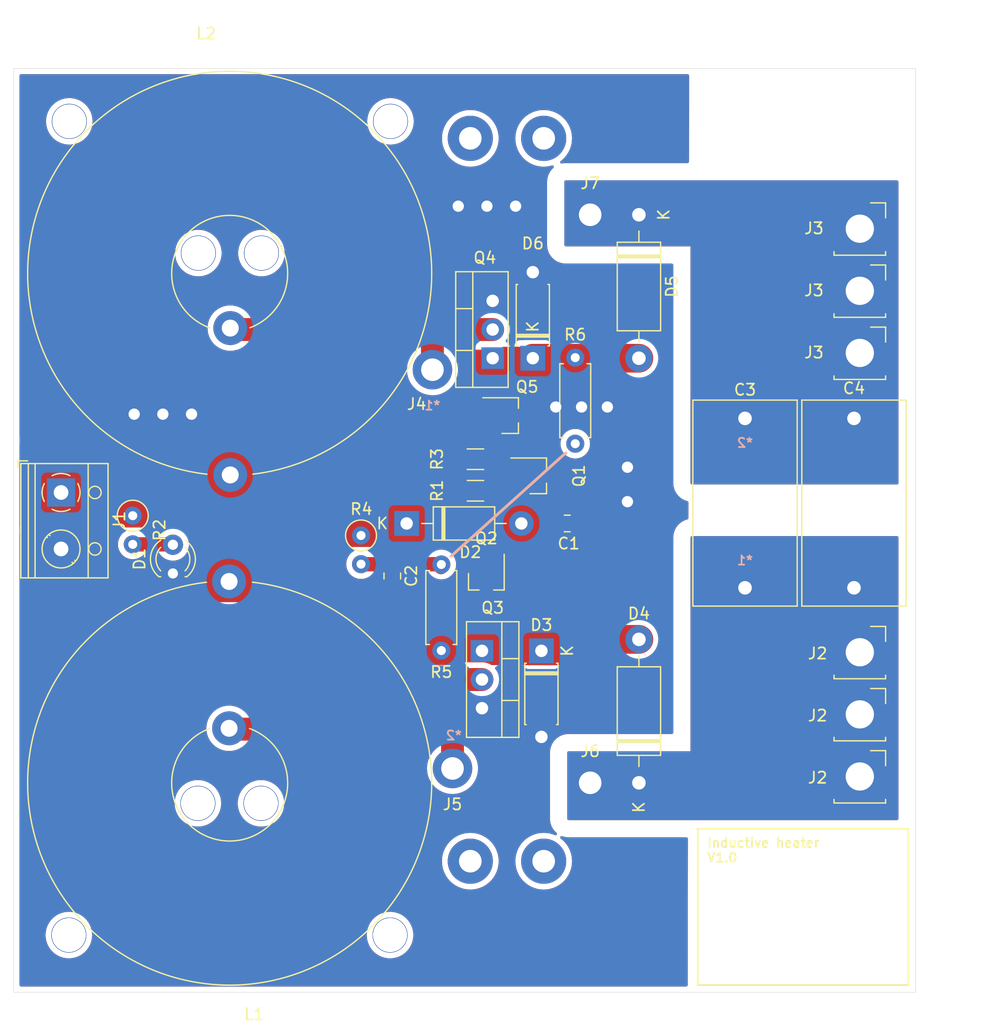
<source format=kicad_pcb>
(kicad_pcb (version 20211014) (generator pcbnew)
  (layers (0 "F.Cu" signal "Front") (31 "B.Cu" signal "Back") (34 "B.Paste" user) (35 "F.Paste" user) (36 "B.SilkS" user "B.Silkscreen") (37 "F.SilkS" user "F.Silkscreen") (38 "B.Mask" user) (39 "F.Mask" user) (44 "Edge.Cuts" user))
  (net 0 "")
  (net 1 "Net-(C1-Pad1)")
  (net 2 "GND")
  (net 3 "Net-(C2-Pad1)")
  (net 4 "Net-(D1-Pad2)")
  (net 5 "Net-(D2-Pad1)")
  (net 6 "Net-(D3-Pad1)")
  (net 7 "Net-(D5-Pad2)")
  (net 8 "Net-(Q1-Pad1)")
  (net 9 "Net-(C3-Pad1)")
  (net 10 "Net-(C3-Pad2)")
  (footprint "Package_TO_SOT_THT:TO-220-3_Vertical" (layer "F.Cu") (at 93.035 87.376 -90)
    (fp_text reference "Q3" (at -3.81 -0.945) (layer "F.SilkS"))
    (fp_text value "IRFZ44N")
    (fp_line (start 4.391 -3.27) (end 4.391 -1.76) (layer "F.SilkS") (width 0.12))
    (fp_line (start -2.58 -1.76) (end 7.66 -1.76) (layer "F.SilkS") (width 0.12))
    (fp_line (start 7.66 -3.27) (end 7.66 1.371) (layer "F.SilkS") (width 0.12))
    (fp_line (start -2.58 -3.27) (end 7.66 -3.27) (layer "F.SilkS") (width 0.12))
    (fp_line (start -2.58 1.371) (end 7.66 1.371) (layer "F.SilkS") (width 0.12))
    (fp_line (start 0.69 -3.27) (end 0.69 -1.76) (layer "F.SilkS") (width 0.12))
    (fp_line (start -2.58 -3.27) (end -2.58 1.371) (layer "F.SilkS") (width 0.12))
    (pad "1" thru_hole oval (at 2.54 0 270) (size 1.905 2) (drill 1.1) (layers *.Cu *.Mask) (net 10 "Net-(C3-Pad2)"))
    (pad "2" thru_hole rect (at 0 0 270) (size 1.905 2) (drill 1.1) (layers *.Cu *.Mask) (net 6 "Net-(D3-Pad1)"))
    (pad "3" thru_hole oval (at 5.08 0 270) (size 1.905 2) (drill 1.1) (layers *.Cu *.Mask) (net 2 "GND"))
  )
  (footprint "Resistor_SMD:R_1206_3216Metric_Pad1.30x1.75mm_HandSolder" (layer "F.Cu") (at 92.456 73.2028)
    (fp_text reference "R1" (at -3.4036 0 90) (layer "F.SilkS"))
    (fp_text value "47k")
    (fp_line (start -0.727064 0.91) (end 0.727064 0.91) (layer "F.SilkS") (width 0.12))
    (fp_line (start -0.727064 -0.91) (end 0.727064 -0.91) (layer "F.SilkS") (width 0.12))
    (pad "1" smd roundrect locked (at -1.55 0) (size 1.3 1.75) (layers "F.Cu" "F.Paste" "F.Mask") (roundrect_rratio 0.1923076923) (net 5 "Net-(D2-Pad1)"))
    (pad "2" smd roundrect locked (at 1.55 0) (size 1.3 1.75) (layers "F.Cu" "F.Paste" "F.Mask") (roundrect_rratio 0.1923076923) (net 1 "Net-(C1-Pad1)"))
  )
  (footprint "Connector_PinSocket_2.54mm:PinSocket_1x01_P2.54mm_Vertical" (layer "F.Cu") (at 126.5 93)
    (fp_text reference "J2" (at -3.738 0.108) (layer "F.SilkS"))
    (fp_text value "JUMP")
    (fp_line (start -2.286 2.346) (end 2.286 2.346) (layer "F.SilkS") (width 0.12))
    (fp_line (start 2.286 -2.286) (end 2.286 -0.956) (layer "F.SilkS") (width 0.12))
    (fp_line (start 0.956 -2.286) (end 2.286 -2.286) (layer "F.SilkS") (width 0.12))
    (fp_line (start -2.286 2.032) (end -2.286 2.346) (layer "F.SilkS") (width 0.12))
    (fp_line (start 2.286 2.032) (end 2.286 2.346) (layer "F.SilkS") (width 0.12))
    (pad "1" thru_hole rect (at 0 0) (size 4.2 4.2) (drill 2.5) (layers *.Cu *.Mask) (net 9 "Net-(C3-Pad1)"))
  )
  (footprint "Diode_THT:D_DO-41_SOD81_P10.16mm_Horizontal" (layer "F.Cu") (at 86.36 76.0984)
    (fp_text reference "D2" (at 5.6388 2.54 180) (layer "F.SilkS"))
    (fp_text value "1N5819")
    (fp_text user "K" (at -2.159 0) (layer "F.SilkS"))
    (fp_line (start 3.38 -1.47) (end 3.38 1.47) (layer "F.SilkS") (width 0.12))
    (fp_line (start 3.14 -1.47) (end 3.14 1.47) (layer "F.SilkS") (width 0.12))
    (fp_line (start 3.26 -1.47) (end 3.26 1.47) (layer "F.SilkS") (width 0.12))
    (fp_line (start 2.36 -1.47) (end 2.36 1.47) (layer "F.SilkS") (width 0.12))
    (fp_line (start 7.8 -1.47) (end 2.36 -1.47) (layer "F.SilkS") (width 0.12))
    (fp_line (start 8.82 0) (end 7.8 0) (layer "F.SilkS") (width 0.12))
    (fp_line (start 1.34 0) (end 2.36 0) (layer "F.SilkS") (width 0.12))
    (fp_line (start 7.8 1.47) (end 7.8 -1.47) (layer "F.SilkS") (width 0.12))
    (fp_line (start 2.36 1.47) (end 7.8 1.47) (layer "F.SilkS") (width 0.12))
    (pad "1" thru_hole rect locked (at 0 0) (size 2.2 2.2) (drill 1.1) (layers *.Cu *.Mask) (net 5 "Net-(D2-Pad1)"))
    (pad "2" thru_hole oval locked (at 10.16 0) (size 2.2 2.2) (drill 1.1) (layers *.Cu *.Mask) (net 1 "Net-(C1-Pad1)"))
  )
  (footprint "Capacitor_SMD:C_0805_2012Metric_Pad1.18x1.45mm_HandSolder" (layer "F.Cu") (at 100.584 76.0984)
    (fp_text reference "C1" (at 0.127 1.778) (layer "F.SilkS"))
    (fp_text value "100u")
    (fp_line (start -0.261252 -0.735) (end 0.261252 -0.735) (layer "F.SilkS") (width 0.12))
    (fp_line (start -0.261252 0.735) (end 0.261252 0.735) (layer "F.SilkS") (width 0.12))
    (pad "1" smd roundrect locked (at -1.0375 0) (size 1.175 1.45) (layers "F.Cu" "F.Paste" "F.Mask") (roundrect_rratio 0.2127659574) (net 1 "Net-(C1-Pad1)"))
    (pad "2" smd roundrect locked (at 1.0375 0) (size 1.175 1.45) (layers "F.Cu" "F.Paste" "F.Mask") (roundrect_rratio 0.2127659574) (net 2 "GND"))
  )
  (footprint "Resistor_THT:R_Axial_DIN0207_L6.3mm_D2.5mm_P2.54mm_Vertical" (layer "F.Cu") (at 82.3214 77.1616 -90)
    (fp_text reference "R4" (at -2.3332 -0.0254 180) (layer "F.SilkS"))
    (fp_text value "47")
    (fp_line (start 1.37 0) (end 1.44 0) (layer "F.SilkS") (width 0.12))
    (fp_circle (center 0 0) (end 1.37 0) (layer "F.SilkS") (width 0.12) (fill none))
    (pad "1" thru_hole circle locked (at 0 0 270) (size 1.6 1.6) (drill 0.8) (layers *.Cu *.Mask) (net 5 "Net-(D2-Pad1)"))
    (pad "2" thru_hole oval locked (at 2.54 0 270) (size 1.6 1.6) (drill 0.8) (layers *.Cu *.Mask) (net 3 "Net-(C2-Pad1)"))
  )
  (footprint "Resistor_SMD:R_1206_3216Metric_Pad1.30x1.75mm_HandSolder" (layer "F.Cu") (at 92.456 70.4088)
    (fp_text reference "R3" (at -3.4036 0 270) (layer "F.SilkS"))
    (fp_text value "10k")
    (fp_line (start -0.727064 0.91) (end 0.727064 0.91) (layer "F.SilkS") (width 0.12))
    (fp_line (start -0.727064 -0.91) (end 0.727064 -0.91) (layer "F.SilkS") (width 0.12))
    (pad "1" smd roundrect locked (at -1.55 0) (size 1.3 1.75) (layers "F.Cu" "F.Paste" "F.Mask") (roundrect_rratio 0.1923076923) (net 5 "Net-(D2-Pad1)"))
    (pad "2" smd roundrect locked (at 1.55 0) (size 1.3 1.75) (layers "F.Cu" "F.Paste" "F.Mask") (roundrect_rratio 0.1923076923) (net 8 "Net-(Q1-Pad1)"))
  )
  (footprint "LED_THT:LED_D3.0mm" (layer "F.Cu") (at 65.659 80.523 90)
    (fp_text reference "D1" (at 1.27 -2.96 90) (layer "F.SilkS"))
    (fp_text value "Yellow")
    (fp_line (start -0.29 -1.236) (end -0.29 -1.08) (layer "F.SilkS") (width 0.12))
    (fp_line (start -0.29 1.08) (end -0.29 1.236) (layer "F.SilkS") (width 0.12))
    (fp_arc (start 2.942335 1.078608) (mid 1.366487 1.987659) (end -0.29 1.235516) (layer "F.SilkS") (width 0.12))
    (fp_arc (start 2.31113 1.079837) (mid 1.270117 1.5) (end 0.229039 1.08) (layer "F.SilkS") (width 0.12))
    (fp_arc (start -0.29 -1.235516) (mid 1.366487 -1.987659) (end 2.942335 -1.078608) (layer "F.SilkS") (width 0.12))
    (fp_arc (start 0.229039 -1.08) (mid 1.270117 -1.5) (end 2.31113 -1.079837) (layer "F.SilkS") (width 0.12))
    (pad "1" thru_hole rect locked (at 0 0 90) (size 1.8 1.8) (drill 0.9) (layers *.Cu *.Mask) (net 2 "GND"))
    (pad "2" thru_hole circle locked (at 2.54 0 90) (size 1.8 1.8) (drill 0.9) (layers *.Cu *.Mask) (net 4 "Net-(D1-Pad2)"))
  )
  (footprint "custom:JumperHole_2mm" (layer "F.Cu") (at 90.424 97.79)
    (fp_text reference "J5" (at 0 3.175 unlocked) (layer "F.SilkS"))
    (fp_text value "JUMP")
    (pad "1" thru_hole circle (at 0 0) (size 3.5 3.5) (drill 2) (layers *.Cu *.Mask) (net 10 "Net-(C3-Pad2)"))
  )
  (footprint "Resistor_THT:R_Axial_DIN0207_L6.3mm_D2.5mm_P7.62mm_Horizontal" (layer "F.Cu") (at 101.2952 69.0372 90)
    (fp_text reference "R6" (at 9.652 0) (layer "F.SilkS"))
    (fp_text value "470")
    (fp_line (start 0.54 -1.37) (end 7.08 -1.37) (layer "F.SilkS") (width 0.12))
    (fp_line (start 0.54 1.37) (end 7.08 1.37) (layer "F.SilkS") (width 0.12))
    (fp_line (start 7.08 1.37) (end 7.08 1.04) (layer "F.SilkS") (width 0.12))
    (fp_line (start 7.08 -1.37) (end 7.08 -1.04) (layer "F.SilkS") (width 0.12))
    (fp_line (start 0.54 1.04) (end 0.54 1.37) (layer "F.SilkS") (width 0.12))
    (fp_line (start 0.54 -1.04) (end 0.54 -1.37) (layer "F.SilkS") (width 0.12))
    (pad "1" thru_hole circle locked (at 0 0 90) (size 1.6 1.6) (drill 0.8) (layers *.Cu *.Mask) (net 3 "Net-(C2-Pad1)"))
    (pad "2" thru_hole oval locked (at 7.62 0 90) (size 1.6 1.6) (drill 0.8) (layers *.Cu *.Mask) (net 7 "Net-(D5-Pad2)"))
  )
  (footprint "Resistor_THT:R_Axial_DIN0207_L6.3mm_D2.5mm_P2.54mm_Vertical" (layer "F.Cu") (at 62.103 75.409 -90)
    (fp_text reference "R2" (at 1.27 -2.37 90) (layer "F.SilkS"))
    (fp_text value "2.7k")
    (fp_line (start 1.37 0) (end 1.44 0) (layer "F.SilkS") (width 0.12))
    (fp_circle (center 0 0) (end 1.37 0) (layer "F.SilkS") (width 0.12) (fill none))
    (pad "1" thru_hole circle locked (at 0 0 270) (size 1.6 1.6) (drill 0.8) (layers *.Cu *.Mask) (net 5 "Net-(D2-Pad1)"))
    (pad "2" thru_hole oval locked (at 2.54 0 270) (size 1.6 1.6) (drill 0.8) (layers *.Cu *.Mask) (net 4 "Net-(D1-Pad2)"))
  )
  (footprint "custom:Toroid_35mm" (layer "F.Cu") (at 70.686999 98.824 180)
    (fp_text reference "L1" (at -2.159 -20.7355 unlocked) (layer "F.SilkS"))
    (fp_text value "2.4m")
    (fp_arc (start -1.757999 4.572) (mid -0.018742 -5.390194) (end 1.793173 4.559042) (layer "F.SilkS") (width 0.12))
    (fp_arc (start -2.011999 17.525999) (mid -0.019869 -18.147466) (end 2.05148 17.521487) (layer "F.SilkS") (width 0.12))
    (pad "" thru_hole circle (at -14.203999 -13.716 180) (size 3.1 3.1) (drill 3) (layers *.Cu *.Mask))
    (pad "" thru_hole circle (at -2.773999 -2.052 180) (size 3.1 3.1) (drill 3) (layers *.Cu *.Mask))
    (pad "" thru_hole circle (at 2.814001 -2.052 180) (size 3.1 3.1) (drill 3) (layers *.Cu *.Mask))
    (pad "" thru_hole circle (at 14.244001 -13.716 180) (size 3.1 3.1) (drill 3) (layers *.Cu *.Mask))
    (pad "1" thru_hole circle (at 0.052001 17.59 180) (size 3 3) (drill 1.5) (layers *.Cu *.Mask) (net 5 "Net-(D2-Pad1)"))
    (pad "2" thru_hole circle (at 0.052001 4.59 180) (size 3 3) (drill 1.5) (layers *.Cu *.Mask) (net 10 "Net-(C3-Pad2)"))
  )
  (footprint "TerminalBlock_RND:TerminalBlock_RND_205-00012_1x02_P5.00mm_Horizontal" (layer "F.Cu") (at 55.753 73.3552 -90)
    (fp_text reference "J1" (at 2.5 -5.16 90) (layer "F.SilkS"))
    (fp_text value "POWER")
    (fp_line (start -2.8 2.96) (end -2.8 3.8) (layer "F.SilkS") (width 0.12))
    (fp_line (start 7.56 -4.16) (end 7.56 3.561) (layer "F.SilkS") (width 0.12))
    (fp_line (start 6.07 -1.275) (end 6.011 -1.216) (layer "F.SilkS") (width 0.12))
    (fp_line (start -2.56 -2.4) (end 7.56 -2.4) (layer "F.SilkS") (width 0.12))
    (fp_line (start -2.56 2.9) (end 7.56 2.9) (layer "F.SilkS") (width 0.12))
    (fp_line (start -2.8 3.8) (end -2.2 3.8) (layer "F.SilkS") (width 0.12))
    (fp_line (start 3.99 1.216) (end 3.931 1.274) (layer "F.SilkS") (width 0.12))
    (fp_line (start 6.275 -1.069) (end 6.181 -0.976) (layer "F.SilkS") (width 0.12))
    (fp_line (start -2.56 -4.16) (end -2.56 3.561) (layer "F.SilkS") (width 0.12))
    (fp_line (start -2.56 -4.16) (end 7.56 -4.16) (layer "F.SilkS") (width 0.12))
    (fp_line (start -2.56 3.561) (end 7.56 3.561) (layer "F.SilkS") (width 0.12))
    (fp_line (start -2.56 2.3) (end 7.56 2.3) (layer "F.SilkS") (width 0.12))
    (fp_line (start 3.82 0.976) (end 3.726 1.069) (layer "F.SilkS") (width 0.12))
    (fp_arc (start -1.483953 0.789089) (mid -1.680708 0.00005) (end -1.484 -0.789) (layer "F.SilkS") (width 0.12))
    (fp_arc (start -0.789089 -1.483953) (mid -0.00005 -1.680708) (end 0.789 -1.484) (layer "F.SilkS") (width 0.12))
    (fp_arc (start 0.788712 1.483352) (mid 0.406429 1.630097) (end 0 1.68) (layer "F.SilkS") (width 0.12))
    (fp_arc (start 0.029383 1.68045) (mid -0.392304 1.634281) (end -0.789 1.484) (layer "F.SilkS") (width 0.12))
    (fp_arc (start 1.483953 -0.789089) (mid 1.680708 -0.00005) (end 1.484 0.789) (layer "F.SilkS") (width 0.12))
    (fp_circle (center 5 -3) (end 5.55 -3) (layer "F.SilkS") (width 0.12) (fill none))
    (fp_circle (center 0 -3) (end 0.55 -3) (layer "F.SilkS") (width 0.12) (fill none))
    (fp_circle (center 5 0) (end 6.68 0) (layer "F.SilkS") (width 0.12) (fill none))
    (pad "1" thru_hole rect locked (at 0 0 270) (size 2.5 2.5) (drill 1.3) (layers *.Cu *.Mask) (net 5 "Net-(D2-Pad1)"))
    (pad "2" thru_hole circle locked (at 5 0 270) (size 2.5 2.5) (drill 1.3) (layers *.Cu *.Mask) (net 2 "GND"))
  )
  (footprint "Package_TO_SOT_SMD:SOT-23_Handsoldering" (layer "F.Cu") (at 93.4212 81.2292 -90)
    (fp_text reference "Q2" (at -3.81 0) (layer "F.SilkS"))
    (fp_text value "IRFZ44N")
    (fp_line (start 0.76 -1.58) (end -2.4 -1.58) (layer "F.SilkS") (width 0.12))
    (fp_line (start 0.76 1.58) (end 0.76 0.65) (layer "F.SilkS") (width 0.12))
    (fp_line (start 0.76 1.58) (end -0.7 1.58) (layer "F.SilkS") (width 0.12))
    (fp_line (start 0.76 -1.58) (end 0.76 -0.65) (layer "F.SilkS") (width 0.12))
    (pad "1" smd rect locked (at -1.5 -0.95 270) (size 1.9 0.8) (layers "F.Cu" "F.Paste" "F.Mask") (net 6 "Net-(D3-Pad1)"))
    (pad "2" smd rect locked (at -1.5 0.95 270) (size 1.9 0.8) (layers "F.Cu" "F.Paste" "F.Mask") (net 8 "Net-(Q1-Pad1)"))
    (pad "3" smd rect locked (at 1.5 0 270) (size 1.9 0.8) (layers "F.Cu" "F.Paste" "F.Mask") (net 2 "GND"))
  )
  (footprint "Capacitor_THT:C_Rect_L18.0mm_W9.0mm_P15.00mm_FKS3_FKP3" (layer "F.Cu") (at 125.984 81.795 90)
    (fp_text reference "C4" (at 17.66 0 180) (layer "F.SilkS"))
    (fp_text value "220n")
    (fp_line (start 16.62 -4.62) (end 16.62 4.62) (layer "F.SilkS") (width 0.12))
    (fp_line (start -1.62 -4.62) (end -1.62 4.62) (layer "F.SilkS") (width 0.12))
    (fp_line (start -1.62 4.62) (end 16.62 4.62) (layer "F.SilkS") (width 0.12))
    (fp_line (start -1.62 -4.62) (end 16.62 -4.62) (layer "F.SilkS") (width 0.12))
    (pad "1" thru_hole circle locked (at 0 0 90) (size 2.4 2.4) (drill 1.2) (layers *.Cu *.Mask) (net 9 "Net-(C3-Pad1)"))
    (pad "2" thru_hole circle locked (at 15 0 90) (size 2.4 2.4) (drill 1.2) (layers *.Cu *.Mask) (net 10 "Net-(C3-Pad2)"))
  )
  (footprint "custom:Toroid_35mm" (layer "F.Cu") (at 70.686999 54.211)
    (fp_text reference "L2" (at -2.082 -21.4975 unlocked) (layer "F.SilkS"))
    (fp_text value "2.4m")
    (fp_arc (start -2.011999 17.525999) (mid -0.019869 -18.147466) (end 2.05148 17.521487) (layer "F.SilkS") (width 0.12))
    (fp_arc (start -1.757999 4.572) (mid -0.018742 -5.390194) (end 1.793173 4.559042) (layer "F.SilkS") (width 0.12))
    (pad "" thru_hole circle (at 2.814001 -2.052) (size 3.1 3.1) (drill 3) (layers *.Cu *.Mask))
    (pad "" thru_hole circle (at -14.203999 -13.716) (size 3.1 3.1) (drill 3) (layers *.Cu *.Mask))
    (pad "" thru_hole circle (at 14.244001 -13.716) (size 3.1 3.1) (drill 3) (layers *.Cu *.Mask))
    (pad "" thru_hole circle (at -2.773999 -2.052) (size 3.1 3.1) (drill 3) (layers *.Cu *.Mask))
    (pad "1" thru_hole circle (at 0.052001 17.59) (size 3 3) (drill 1.5) (layers *.Cu *.Mask) (net 5 "Net-(D2-Pad1)"))
    (pad "2" thru_hole circle (at 0.052001 4.59) (size 3 3) (drill 1.5) (layers *.Cu *.Mask) (net 9 "Net-(C3-Pad1)"))
  )
  (footprint "custom:JumperHole_2mm" (layer "F.Cu") (at 102.616 48.768)
    (fp_text reference "J7" (at 0 -2.794 unlocked) (layer "F.SilkS"))
    (fp_text value "COIL-")
    (pad "1" thru_hole circle (at 0 0) (size 3.5 3.5) (drill 2) (layers *.Cu *.Mask) (net 10 "Net-(C3-Pad2)"))
  )
  (footprint "Connector_PinSocket_2.54mm:PinSocket_1x01_P2.54mm_Vertical" (layer "F.Cu") (at 126.5 55.5)
    (fp_text reference "J3" (at -4.064 -0.033) (layer "F.SilkS"))
    (fp_text value "JUMP")
    (fp_line (start -2.286 2.346) (end 2.286 2.346) (layer "F.SilkS") (width 0.12))
    (fp_line (start -2.286 2.032) (end -2.286 2.346) (layer "F.SilkS") (width 0.12))
    (fp_line (start 0.956 -2.286) (end 2.286 -2.286) (layer "F.SilkS") (width 0.12))
    (fp_line (start 2.286 2.032) (end 2.286 2.346) (layer "F.SilkS") (width 0.12))
    (fp_line (start 2.286 -2.286) (end 2.286 -0.956) (layer "F.SilkS") (width 0.12))
    (pad "1" thru_hole rect (at 0 0) (size 4.2 4.2) (drill 2.5) (layers *.Cu *.Mask) (net 10 "Net-(C3-Pad2)"))
  )
  (footprint "Capacitor_SMD:C_0805_2012Metric_Pad1.18x1.45mm_HandSolder" (layer "F.Cu") (at 85.09 80.7466 -90)
    (fp_text reference "C2" (at 0 -1.68 90) (layer "F.SilkS"))
    (fp_text value "10u")
    (fp_line (start -0.261252 0.735) (end 0.261252 0.735) (layer "F.SilkS") (width 0.12))
    (fp_line (start -0.261252 -0.735) (end 0.261252 -0.735) (layer "F.SilkS") (width 0.12))
    (pad "1" smd roundrect locked (at -1.0375 0 270) (size 1.175 1.45) (layers "F.Cu" "F.Paste" "F.Mask") (roundrect_rratio 0.212766) (net 3 "Net-(C2-Pad1)"))
    (pad "2" smd roundrect locked (at 1.0375 0 270) (size 1.175 1.45) (layers "F.Cu" "F.Paste" "F.Mask") (roundrect_rratio 0.212766) (net 2 "GND"))
  )
  (footprint "custom:JumperHole_2mm" (layer "F.Cu") (at 102.616 99.06)
    (fp_text reference "J6" (at 0 -2.794 unlocked) (layer "F.SilkS"))
    (fp_text value "COIL+")
    (pad "1" thru_hole circle (at 0 0) (size 3.5 3.5) (drill 2) (layers *.Cu *.Mask) (net 9 "Net-(C3-Pad1)"))
  )
  (footprint "Diode_THT:D_DO-15_P12.70mm_Horizontal" (layer "F.Cu") (at 106.934 48.768 -90)
    (fp_text reference "D5" (at 6.35 -2.92 90) (layer "F.SilkS"))
    (fp_text value "FR207")
    (fp_text user "K" (at 0 -2.2 90) (layer "F.SilkS"))
    (fp_line (start 3.81 -1.92) (end 3.81 1.92) (layer "F.SilkS") (width 0.12))
    (fp_line (start 2.43 -1.92) (end 2.43 1.92) (layer "F.SilkS") (width 0.12))
    (fp_line (start 10.27 -1.92) (end 2.43 -1.92) (layer "F.SilkS") (width 0.12))
    (fp_line (start 2.43 1.92) (end 10.27 1.92) (layer "F.SilkS") (width 0.12))
    (fp_line (start 3.57 -1.92) (end 3.57 1.92) (layer "F.SilkS") (width 0.12))
    (fp_line (start 10.27 1.92) (end 10.27 -1.92) (layer "F.SilkS") (width 0.12))
    (fp_line (start 11.26 0) (end 10.27 0) (layer "F.SilkS") (width 0.12))
    (fp_line (start 1.44 0) (end 2.43 0) (layer "F.SilkS") (width 0.12))
    (fp_line (start 3.69 -1.92) (end 3.69 1.92) (layer "F.SilkS") (width 0.12))
    (pad "1" thru_hole rect locked (at 0 0 270) (size 2.4 2.4) (drill 1.2) (layers *.Cu *.Mask) (net 10 "Net-(C3-Pad2)"))
    (pad "2" thru_hole oval locked (at 12.7 0 270) (size 2.4 2.4) (drill 1.2) (layers *.Cu *.Mask) (net 7 "Net-(D5-Pad2)"))
  )
  (footprint "Connector_PinSocket_2.54mm:PinSocket_1x01_P2.54mm_Vertical" (layer "F.Cu") (at 126.5 98.5)
    (fp_text reference "J2" (at -3.738 0.108) (layer "F.SilkS"))
    (fp_text value "JUMP")
    (fp_line (start -2.286 2.346) (end 2.286 2.346) (layer "F.SilkS") (width 0.12))
    (fp_line (start 2.286 -2.286) (end 2.286 -0.956) (layer "F.SilkS") (width 0.12))
    (fp_line (start 0.956 -2.286) (end 2.286 -2.286) (layer "F.SilkS") (width 0.12))
    (fp_line (start -2.286 2.032) (end -2.286 2.346) (layer "F.SilkS") (width 0.12))
    (fp_line (start 2.286 2.032) (end 2.286 2.346) (layer "F.SilkS") (width 0.12))
    (pad "1" thru_hole rect (at 0 0) (size 4.2 4.2) (drill 2.5) (layers *.Cu *.Mask) (net 9 "Net-(C3-Pad1)"))
  )
  (footprint "Connector_PinSocket_2.54mm:PinSocket_1x01_P2.54mm_Vertical" (layer "F.Cu") (at 126.5 61)
    (fp_text reference "J3" (at -4.064 -0.033) (layer "F.SilkS"))
    (fp_text value "JUMP")
    (fp_line (start -2.286 2.346) (end 2.286 2.346) (layer "F.SilkS") (width 0.12))
    (fp_line (start -2.286 2.032) (end -2.286 2.346) (layer "F.SilkS") (width 0.12))
    (fp_line (start 0.956 -2.286) (end 2.286 -2.286) (layer "F.SilkS") (width 0.12))
    (fp_line (start 2.286 2.032) (end 2.286 2.346) (layer "F.SilkS") (width 0.12))
    (fp_line (start 2.286 -2.286) (end 2.286 -0.956) (layer "F.SilkS") (width 0.12))
    (pad "1" thru_hole rect (at 0 0) (size 4.2 4.2) (drill 2.5) (layers *.Cu *.Mask) (net 10 "Net-(C3-Pad2)"))
  )
  (footprint "Package_TO_SOT_THT:TO-220-3_Vertical" (layer "F.Cu") (at 93.98 61.468 90)
    (fp_text reference "Q4" (at 8.89 -0.691) (layer "F.SilkS"))
    (fp_text value "IRFZ44N")
    (fp_line (start -2.58 -1.76) (end 7.66 -1.76) (layer "F.SilkS") (width 0.12))
    (fp_line (start 0.69 -3.27) (end 0.69 -1.76) (layer "F.SilkS") (width 0.12))
    (fp_line (start -2.58 -3.27) (end 7.66 -3.27) (layer "F.SilkS") (width 0.12))
    (fp_line (start 7.66 -3.27) (end 7.66 1.371) (layer "F.SilkS") (width 0.12))
    (fp_line (start -2.58 1.371) (end 7.66 1.371) (layer "F.SilkS") (width 0.12))
    (fp_line (start -2.58 -3.27) (end -2.58 1.371) (layer "F.SilkS") (width 0.12))
    (fp_line (start 4.391 -3.27) (end 4.391 -1.76) (layer "F.SilkS") (width 0.12))
    (pad "1" thru_hole oval (at 2.54 0 90) (size 1.905 2) (drill 1.1) (layers *.Cu *.Mask) (net 9 "Net-(C3-Pad1)"))
    (pad "2" thru_hole rect (at 0 0 90) (size 1.905 2) (drill 1.1) (layers *.Cu *.Mask) (net 7 "Net-(D5-Pad2)"))
    (pad "3" thru_hole oval (at 5.08 0 90) (size 1.905 2) (drill 1.1) (layers *.Cu *.Mask) (net 2 "GND"))
  )
  (footprint "Capacitor_THT:C_Rect_L18.0mm_W9.0mm_P15.00mm_FKS3_FKP3" (layer "F.Cu") (at 116.332 81.795 90)
    (fp_text reference "C3" (at 17.533 0 180) (layer "F.SilkS"))
    (fp_text value "220n")
    (fp_line (start -1.62 4.62) (end 16.62 4.62) (layer "F.SilkS") (width 0.12))
    (fp_line (start -1.62 -4.62) (end -1.62 4.62) (layer "F.SilkS") (width 0.12))
    (fp_line (start -1.62 -4.62) (end 16.62 -4.62) (layer "F.SilkS") (width 0.12))
    (fp_line (start 16.62 -4.62) (end 16.62 4.62) (layer "F.SilkS") (width 0.12))
    (pad "1" thru_hole circle locked (at 0 0 90) (size 2.4 2.4) (drill 1.2) (layers *.Cu *.Mask) (net 9 "Net-(C3-Pad1)"))
    (pad "2" thru_hole circle locked (at 15 0 90) (size 2.4 2.4) (drill 1.2) (layers *.Cu *.Mask) (net 10 "Net-(C3-Pad2)"))
  )
  (footprint "Connector_PinSocket_2.54mm:PinSocket_1x01_P2.54mm_Vertical" (layer "F.Cu") (at 126.5 50)
    (fp_text reference "J3" (at -4.064 -0.033) (layer "F.SilkS"))
    (fp_text value "JUMP")
    (fp_line (start -2.286 2.346) (end 2.286 2.346) (layer "F.SilkS") (width 0.12))
    (fp_line (start -2.286 2.032) (end -2.286 2.346) (layer "F.SilkS") (width 0.12))
    (fp_line (start 0.956 -2.286) (end 2.286 -2.286) (layer "F.SilkS") (width 0.12))
    (fp_line (start 2.286 2.032) (end 2.286 2.346) (layer "F.SilkS") (width 0.12))
    (fp_line (start 2.286 -2.286) (end 2.286 -0.956) (layer "F.SilkS") (width 0.12))
    (pad "1" thru_hole rect (at 0 0) (size 4.2 4.2) (drill 2.5) (layers *.Cu *.Mask) (net 10 "Net-(C3-Pad2)"))
  )
  (footprint "Diode_THT:D_DO-15_P12.70mm_Horizontal" (layer "F.Cu") (at 106.934 99.06 90)
    (fp_text reference "D4" (at 14.986 0 180) (layer "F.SilkS"))
    (fp_text value "FR207")
    (fp_text user "K" (at -2.159 0 90) (layer "F.SilkS"))
    (fp_line (start 3.57 -1.92) (end 3.57 1.92) (layer "F.SilkS") (width 0.12))
    (fp_line (start 10.27 -1.92) (end 2.43 -1.92) (layer "F.SilkS") (width 0.12))
    (fp_line (start 3.81 -1.92) (end 3.81 1.92) (layer "F.SilkS") (width 0.12))
    (fp_line (start 2.43 -1.92) (end 2.43 1.92) (layer "F.SilkS") (width 0.12))
    (fp_line (start 10.27 1.92) (end 10.27 -1.92) (layer "F.SilkS") (width 0.12))
    (fp_line (start 3.69 -1.92) (end 3.69 1.92) (layer "F.SilkS") (width 0.12))
    (fp_line (start 1.44 0) (end 2.43 0) (layer "F.SilkS") (width 0.12))
    (fp_line (start 11.26 0) (end 10.27 0) (layer "F.SilkS") (width 0.12))
    (fp_line (start 2.43 1.92) (end 10.27 1.92) (layer "F.SilkS") (width 0.12))
    (pad "1" thru_hole rect locked (at 0 0 90) (size 2.4 2.4) (drill 1.2) (layers *.Cu *.Mask) (net 9 "Net-(C3-Pad1)"))
    (pad "2" thru_hole oval locked (at 12.7 0 90) (size 2.4 2.4) (drill 1.2) (layers *.Cu *.Mask) (net 6 "Net-(D3-Pad1)"))
  )
  (footprint "Connector_PinSocket_2.54mm:PinSocket_1x01_P2.54mm_Vertical" (layer "F.Cu") (at 126.5 87.5)
    (fp_text reference "J2" (at -3.738 0.108) (layer "F.SilkS"))
    (fp_text value "JUMP")
    (fp_line (start -2.286 2.346) (end 2.286 2.346) (layer "F.SilkS") (width 0.12))
    (fp_line (start 2.286 -2.286) (end 2.286 -0.956) (layer "F.SilkS") (width 0.12))
    (fp_line (start 0.956 -2.286) (end 2.286 -2.286) (layer "F.SilkS") (width 0.12))
    (fp_line (start -2.286 2.032) (end -2.286 2.346) (layer "F.SilkS") (width 0.12))
    (fp_line (start 2.286 2.032) (end 2.286 2.346) (layer "F.SilkS") (width 0.12))
    (pad "1" thru_hole rect (at 0 0) (size 4.2 4.2) (drill 2.5) (layers *.Cu *.Mask) (net 9 "Net-(C3-Pad1)"))
  )
  (footprint "Package_TO_SOT_SMD:SOT-23_Handsoldering" (layer "F.Cu") (at 95.504 66.548)
    (fp_text reference "Q5" (at 1.524 -2.54) (layer "F.SilkS"))
    (fp_text value "IRFZ44N")
    (fp_line (start 0.76 1.58) (end 0.76 0.65) (layer "F.SilkS") (width 0.12))
    (fp_line (start 0.76 1.58) (end -0.7 1.58) (layer "F.SilkS") (width 0.12))
    (fp_line (start 0.76 -1.58) (end 0.76 -0.65) (layer "F.SilkS") (width 0.12))
    (fp_line (start 0.76 -1.58) (end -2.4 -1.58) (layer "F.SilkS") (width 0.12))
    (pad "1" smd rect locked (at -1.5 -0.95) (size 1.9 0.8) (layers "F.Cu" "F.Paste" "F.Mask") (net 7 "Net-(D5-Pad2)"))
    (pad "2" smd rect locked (at -1.5 0.95) (size 1.9 0.8) (layers "F.Cu" "F.Paste" "F.Mask") (net 8 "Net-(Q1-Pad1)"))
    (pad "3" smd rect locked (at 1.5 0) (size 1.9 0.8) (layers "F.Cu" "F.Paste" "F.Mask") (net 2 "GND"))
  )
  (footprint "Diode_THT:D_DO-41_SOD81_P7.62mm_Horizontal" (layer "F.Cu") (at 97.536 61.468 90)
    (fp_text reference "D6" (at 10.16 0) (layer "F.SilkS"))
    (fp_text value "Z12")
    (fp_text user "K" (at 2.794 0 90) (layer "F.SilkS"))
    (fp_line (start 2.11 -1.47) (end 2.11 1.47) (layer "F.SilkS") (width 0.12))
    (fp_line (start 1.09 1.34) (end 1.09 1.47) (layer "F.SilkS") (width 0.12))
    (fp_line (start 1.09 1.47) (end 6.53 1.47) (layer "F.SilkS") (width 0.12))
    (fp_line (start 6.53 -1.47) (end 6.53 -1.34) (layer "F.SilkS") (width 0.12))
    (fp_line (start 6.53 1.47) (end 6.53 1.34) (layer "F.SilkS") (width 0.12))
    (fp_line (start 1.09 -1.34) (end 1.09 -1.47) (layer "F.SilkS") (width 0.12))
    (fp_line (start 1.99 -1.47) (end 1.99 1.47) (layer "F.SilkS") (width 0.12))
    (fp_line (start 1.87 -1.47) (end 1.87 1.47) (layer "F.SilkS") (width 0.12))
    (fp_line (start 1.09 -1.47) (end 6.53 -1.47) (layer "F.SilkS") (width 0.12))
    (pad "1" thru_hole rect locked (at 0 0 90) (size 2.2 2.2) (drill 1.1) (layers *.Cu *.Mask) (net 7 "Net-(D5-Pad2)"))
    (pad "2" thru_hole oval locked (at 7.62 0 90) (size 2.2 2.2) (drill 1.1) (layers *.Cu *.Mask) (net 2 "GND"))
  )
  (footprint "Diode_THT:D_DO-41_SOD81_P7.62mm_Horizontal" (layer "F.Cu") (at 98.298 87.376 -90)
    (fp_text reference "D3" (at -2.286 0) (layer "F.SilkS"))
    (fp_text value "Z12")
    (fp_text user "K" (at 0 -2.286 -270) (layer "F.SilkS"))
    (fp_line (start 1.09 -1.47) (end 6.53 -1.47) (layer "F.SilkS") (width 0.12))
    (fp_line (start 1.09 -1.34) (end 1.09 -1.47) (layer "F.SilkS") (width 0.12))
    (fp_line (start 1.99 -1.47) (end 1.99 1.47) (layer "F.SilkS") (width 0.12))
    (fp_line (start 1.87 -1.47) (end 1.87 1.47) (layer "F.SilkS") (width 0.12))
    (fp_line (start 6.53 1.47) (end 6.53 1.34) (layer "F.SilkS") (width 0.12))
    (fp_line (start 1.09 1.34) (end 1.09 1.47) (layer "F.SilkS") (width 0.12))
    (fp_line (start 6.53 -1.47) (end 6.53 -1.34) (layer "F.SilkS") (width 0.12))
    (fp_line (start 2.11 -1.47) (end 2.11 1.47) (layer "F.SilkS") (width 0.12))
    (fp_line (start 1.09 1.47) (end 6.53 1.47) (layer "F.SilkS") (width 0.12))
    (pad "1" thru_hole rect locked (at 0 0 270) (size 2.2 2.2) (drill 1.1) (layers *.Cu *.Mask) (net 6 "Net-(D3-Pad1)"))
    (pad "2" thru_hole oval locked (at 7.62 0 270) (size 2.2 2.2) (drill 1.1) (layers *.Cu *.Mask) (net 2 "GND"))
  )
  (footprint "custom:JumperHole_2mm" (layer "F.Cu") (at 88.646 62.484 180)
    (fp_text reference "J4" (at 1.397 -3.048 unlocked) (layer "F.SilkS"))
    (fp_text value "JUMP")
    (pad "1" thru_hole circle (at 0 0 180) (size 3.5 3.5) (drill 2) (layers *.Cu *.Mask) (net 9 "Net-(C3-Pad1)"))
  )
  (footprint "Resistor_THT:R_Axial_DIN0207_L6.3mm_D2.5mm_P7.62mm_Horizontal" (layer "F.Cu") (at 89.4334 79.7306 -90)
    (fp_text reference "R5" (at 9.525 0) (layer "F.SilkS"))
    (fp_text value "470")
    (fp_line (start 0.54 1.04) (end 0.54 1.37) (layer "F.SilkS") (width 0.12))
    (fp_line (start 0.54 1.37) (end 7.08 1.37) (layer "F.SilkS") (width 0.12))
    (fp_line (start 0.54 -1.37) (end 7.08 -1.37) (layer "F.SilkS") (width 0.12))
    (fp_line (start 7.08 1.37) (end 7.08 1.04) (layer "F.SilkS") (width 0.12))
    (fp_line (start 7.08 -1.37) (end 7.08 -1.04) (layer "F.SilkS") (width 0.12))
    (fp_line (start 0.54 -1.04) (end 0.54 -1.37) (layer "F.SilkS") (width 0.12))
    (pad "1" thru_hole circle locked (at 0 0 270) (size 1.6 1.6) (drill 0.8) (layers *.Cu *.Mask) (net 3 "Net-(C2-Pad1)"))
    (pad "2" thru_hole oval locked (at 7.62 0 270) (size 1.6 1.6) (drill 0.8) (layers *.Cu *.Mask) (net 6 "Net-(D3-Pad1)"))
  )
  (footprint "Package_TO_SOT_SMD:SOT-23_Handsoldering" (layer "F.Cu") (at 97.9932 71.882)
    (fp_text reference "Q1" (at 3.6322 0 90) (layer "F.SilkS"))
    (fp_text value "Q_NPN_CBE")
    (fp_line (start 0.76 -1.58) (end 0.76 -0.65) (layer "F.SilkS") (width 0.12))
    (fp_line (start 0.76 -1.58) (end -2.4 -1.58) (layer "F.SilkS") (width 0.12))
    (fp_line (start 0.76 1.58) (end 0.76 0.65) (layer "F.SilkS") (width 0.12))
    (fp_line (start 0.76 1.58) (end -0.7 1.58) (layer "F.SilkS") (width 0.12))
    (pad "1" smd rect locked (at -1.5 -0.95) (size 1.9 0.8) (layers "F.Cu" "F.Paste" "F.Mask") (net 8 "Net-(Q1-Pad1)"))
    (pad "2" smd rect locked (at -1.5 0.95) (size 1.9 0.8) (layers "F.Cu" "F.Paste" "F.Mask") (net 1 "Net-(C1-Pad1)"))
    (pad "3" smd rect locked (at 1.5 0) (size 1.9 0.8) (layers "F.Cu" "F.Paste" "F.Mask") (net 2 "GND"))
  )
  (gr_line (start 90.297 78.994) (end 100.457 69.85) (layer "B.SilkS") (width 0.254))
  (gr_rect (start 112.141 103.124) (end 130.81 116.967) (layer "F.SilkS") (width 0.1524) (fill none))
  (gr_rect (start 51.562 35.814) (end 131.445 117.602) (layer "Edge.Cuts") (width 0.0381) (fill none))
  (gr_text "*2" (at 90.551 94.869) (layer "B.SilkS") (effects (font (size 0.8128 0.8128) (thickness 0.1524)) (justify mirror)))
  (gr_text "*1" (at 116.332 79.375) (layer "B.SilkS") (effects (font (size 0.8128 0.8128) (thickness 0.1524)) (justify mirror)))
  (gr_text "*2" (at 116.332 68.961) (layer "B.SilkS") (effects (font (size 0.8128 0.8128) (thickness 0.1524)) (justify mirror)))
  (gr_text "*1" (at 88.646 65.659) (layer "B.SilkS") (effects (font (size 0.8128 0.8128) (thickness 0.1524)) (justify mirror)))
  (gr_text "Inductive heater\nV1.0" (at 112.903 105.029) (layer "F.SilkS") (effects (font (size 0.8128 0.8128) (thickness 0.1524)) (justify left)))
  (via (at 98.5 42) (size 4) (drill 2) (layers "F.Cu" "B.Cu") (net 0))
  (via (at 92 106) (size 4) (drill 2) (layers "F.Cu" "B.Cu") (net 0))
  (via (at 92 42) (size 4) (drill 2) (layers "F.Cu" "B.Cu") (net 0))
  (via (at 98.5 106) (size 4) (drill 2) (layers "F.Cu" "B.Cu") (net 0))
  (via (at 99.568 65.786) (size 1.7) (drill 1) (layers "F.Cu" "B.Cu") (net 2))
  (via (at 104.14 65.786) (size 1.7) (drill 1) (layers "F.Cu" "B.Cu") (net 2))
  (via (at 93.472 48.006) (size 1.7) (drill 1) (layers "F.Cu" "B.Cu") (net 2))
  (via (at 105.918 74.168) (size 1.7) (drill 1) (layers "F.Cu" "B.Cu") (net 2))
  (via (at 64.77 66.421) (size 1.7) (drill 1) (layers "F.Cu" "B.Cu") (net 2))
  (via (at 67.31 66.421) (size 1.7) (drill 1) (layers "F.Cu" "B.Cu") (net 2))
  (via (at 101.854 65.786) (size 1.7) (drill 1) (layers "F.Cu" "B.Cu") (net 2))
  (via (at 105.918 71.12) (size 1.7) (drill 1) (layers "F.Cu" "B.Cu") (net 2))
  (via (at 90.932 48.006) (size 1.7) (drill 1) (layers "F.Cu" "B.Cu") (net 2))
  (via (at 96.012 48.006) (size 1.7) (drill 1) (layers "F.Cu" "B.Cu") (net 2))
  (via (at 62.23 66.421) (size 1.7) (drill 1) (layers "F.Cu" "B.Cu") (net 2))
  (segment (start 82.3289 79.7091) (end 82.3214 79.7016) (width 1.27) (layer "F.Cu") (net 3))
  (segment (start 85.09 79.7091) (end 82.3289 79.7091) (width 1.27) (layer "F.Cu") (net 3))
  (segment (start 85.09 79.7091) (end 89.1579 79.7091) (width 1.27) (layer "F.Cu") (net 3))
  (segment (start 89.1579 79.7091) (end 89.408 79.9592) (width 1.27) (layer "F.Cu") (net 3))
  (segment (start 62.103 77.949) (end 65.625 77.949) (width 1.27) (layer "F.Cu") (net 4))
  (segment (start 65.625 77.949) (end 65.659 77.983) (width 1.27) (layer "F.Cu") (net 4))
  (segment (start 102.616 86.36) (end 106.934 86.36) (width 2.54) (layer "F.Cu") (net 6))
  (segment (start 97.536 61.468) (end 106.934 61.468) (width 2.54) (layer "F.Cu") (net 7))
  (segment (start 92.4712 71.9436) (end 92.4712 79.6276) (width 0.508) (layer "F.Cu") (net 8))
  (segment (start 94.004 70.4108) (end 92.4712 71.9436) (width 0.508) (layer "F.Cu") (net 8))
  (segment (start 88.646 62.484) (end 88.646 58.928) (width 2.032) (layer "F.Cu") (net 9))
  (segment (start 70.694 58.8535) (end 70.7685 58.928) (width 2.032) (layer "F.Cu") (net 9))
  (segment (start 88.646 58.928) (end 93.98 58.928) (width 2.032) (layer "F.Cu") (net 9))
  (segment (start 70.7685 58.928) (end 88.646 58.928) (width 2.032) (layer "F.Cu") (net 9))
  (segment (start 90.424 90.678) (end 91.186 89.916) (width 2.032) (layer "F.Cu") (net 10))
  (segment (start 91.186 89.916) (end 93.035 89.916) (width 2.032) (layer "F.Cu") (net 10))
  (segment (start 90.424 94.3085) (end 90.424 90.678) (width 2.032) (layer "F.Cu") (net 10))
  (segment (start 90.424 97.79) (end 90.424 94.488) (width 2.032) (layer "F.Cu") (net 10))
  (segment (start 70.58 94.3085) (end 90.424 94.3085) (width 2.032) (layer "F.Cu") (net 10))
  (zone (net 9) (net_name "Net-(C3-Pad1)") (layer "F.Cu") (priority 1) (connect_pads yes (clearance 1.524)) (min_thickness 0.254) (fill yes (thermal_gap 0.508) (thermal_bridge_width 0.508))
    (polygon (pts (xy 130.937 102.362) (xy 100.584 102.362) (xy 100.584 96.266) (xy 111.506 96.266) (xy 111.506 77.216) (xy 130.937 77.216)))
  )
  (zone (net 10) (net_name "Net-(C3-Pad2)") (layer "F.Cu") (priority 1) (connect_pads yes (clearance 1.524)) (min_thickness 0.254) (fill yes (thermal_gap 0.508) (thermal_bridge_width 0.508))
    (polygon (pts (xy 130.937 72.644) (xy 111.506 72.644) (xy 111.506 51.562) (xy 100.33 51.562) (xy 100.33 45.72) (xy 130.937 45.72)))
  )
  (zone (net 2) (net_name "GND") (layer "F.Cu") (connect_pads yes (clearance 0.508)) (min_thickness 0.254) (fill yes (thermal_gap 0.508) (thermal_bridge_width 0.508))
    (polygon (pts (xy 111.252 117.602) (xy 51.562 117.602) (xy 51.562 35.814) (xy 111.379 35.814)))
  )
  (zone (net 8) (net_name "Net-(Q1-Pad1)") (layer "F.Cu") (priority 2) (connect_pads yes (clearance 0.508)) (min_thickness 0.254) (fill yes (thermal_gap 0.508) (thermal_bridge_width 0.508))
    (polygon (pts (xy 97.8408 66.802) (xy 97.834205 71.7296) (xy 92.71 71.7296) (xy 92.71 66.802)))
  )
  (zone (net 5) (net_name "Net-(D2-Pad1)") (layer "F.Cu") (priority 1) (connect_pads yes (clearance 0.508)) (min_thickness 0.254) (fill yes (thermal_gap 0.508) (thermal_bridge_width 0.508))
    (polygon (pts (xy 92.4052 68.9864) (xy 92.4052 78.1812) (xy 77.47 78.1812) (xy 73.533 83.0834) (xy 67.818 83.058) (xy 67.818 76.454) (xy 51.562 76.454) (xy 51.562 68.9864)))
  )
  (zone (net 7) (net_name "Net-(D5-Pad2)") (layer "F.Cu") (priority 1) (connect_pads yes (clearance 0.508)) (min_thickness 0.254) (fill yes (thermal_gap 0.508) (thermal_bridge_width 0.508))
    (polygon (pts (xy 102.616 63.754) (xy 95.504 63.754) (xy 95.504 66.548) (xy 89.408 66.548) (xy 89.408 60.452) (xy 102.616 60.452)))
  )
  (zone (net 6) (net_name "Net-(D3-Pad1)") (layer "F.Cu") (priority 2) (connect_pads yes (clearance 0.508)) (min_thickness 0.254) (fill yes (thermal_gap 0.508) (thermal_bridge_width 0.508))
    (polygon (pts (xy 104.407291 88.671437) (xy 87.998891 88.620637) (xy 87.9856 84.9376) (xy 93.4212 84.9376) (xy 93.4212 78.5368) (xy 97.8916 78.5368) (xy 104.394 84.5566)))
  )
  (zone (net 1) (net_name "Net-(C1-Pad1)") (layer "F.Cu") (priority 1) (connect_pads yes (clearance 0.508)) (min_thickness 0.254) (fill yes (thermal_gap 0.508) (thermal_bridge_width 0.508))
    (polygon (pts (xy 100.6348 78.1812) (xy 92.71 78.1812) (xy 92.71 71.882) (xy 100.6348 71.882)))
  )
  (zone (net 10) (net_name "Net-(C3-Pad2)") (layer "B.Cu") (priority 1) (connect_pads yes (clearance 1.524)) (min_thickness 0.254) (fill yes (thermal_gap 0.508) (thermal_bridge_width 0.508))
    (polygon (pts (xy 130.937 72.644) (xy 111.506 72.644) (xy 111.506 51.562) (xy 100.33 51.562) (xy 100.33 45.72) (xy 130.937 45.72)))
  )
  (zone (net 2) (net_name "GND") (layer "B.Cu") (connect_pads yes (clearance 0.508)) (min_thickness 0.254) (fill yes (thermal_gap 0.508) (thermal_bridge_width 0.508))
    (polygon (pts (xy 111.252 117.602) (xy 51.562 117.602) (xy 51.562 35.814) (xy 111.379 35.814)))
  )
  (zone (net 9) (net_name "Net-(C3-Pad1)") (layer "B.Cu") (priority 1) (connect_pads yes (clearance 1.524)) (min_thickness 0.254) (fill yes (thermal_gap 0.508) (thermal_bridge_width 0.508))
    (polygon (pts (xy 130.937 102.362) (xy 100.584 102.362) (xy 100.584 96.266) (xy 111.506 96.266) (xy 111.506 77.216) (xy 130.937 77.216)))
  )
)
</source>
